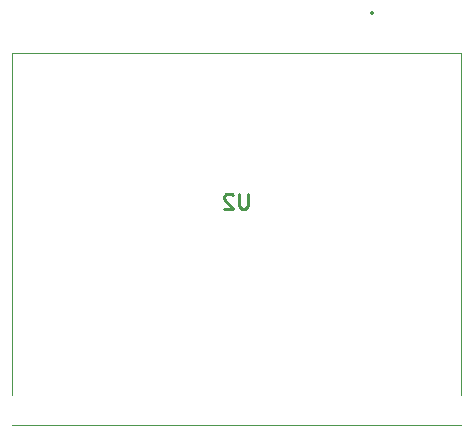
<source format=gbr>
G04 #@! TF.GenerationSoftware,KiCad,Pcbnew,(5.0.0-3-g5ebb6b6)*
G04 #@! TF.CreationDate,2018-08-12T20:31:25+01:00*
G04 #@! TF.ProjectId,SSFXPCB,535346585043422E6B696361645F7063,rev?*
G04 #@! TF.SameCoordinates,Original*
G04 #@! TF.FileFunction,Legend,Bot*
G04 #@! TF.FilePolarity,Positive*
%FSLAX46Y46*%
G04 Gerber Fmt 4.6, Leading zero omitted, Abs format (unit mm)*
G04 Created by KiCad (PCBNEW (5.0.0-3-g5ebb6b6)) date Sunday, 12 August 2018 at 20:31:25*
%MOMM*%
%LPD*%
G01*
G04 APERTURE LIST*
%ADD10C,0.100000*%
%ADD11C,0.200000*%
%ADD12C,0.254000*%
G04 APERTURE END LIST*
D10*
G04 #@! TO.C,U2*
X110286000Y-143096000D02*
X148286000Y-143096000D01*
X148286000Y-140556000D02*
X148286000Y-111556000D01*
X148286000Y-111556000D02*
X110286000Y-111556000D01*
X110286000Y-111556000D02*
X110286000Y-140556000D01*
D11*
X140666000Y-108210000D02*
X140666000Y-108210000D01*
X140866000Y-108210000D02*
X140866000Y-108210000D01*
X140866000Y-108210000D02*
G75*
G02X140666000Y-108210000I-100000J0D01*
G01*
X140666000Y-108210000D02*
G75*
G02X140866000Y-108210000I100000J0D01*
G01*
D12*
X130253619Y-123510523D02*
X130253619Y-124538619D01*
X130193142Y-124659571D01*
X130132666Y-124720047D01*
X130011714Y-124780523D01*
X129769809Y-124780523D01*
X129648857Y-124720047D01*
X129588380Y-124659571D01*
X129527904Y-124538619D01*
X129527904Y-123510523D01*
X128983619Y-123631476D02*
X128923142Y-123571000D01*
X128802190Y-123510523D01*
X128499809Y-123510523D01*
X128378857Y-123571000D01*
X128318380Y-123631476D01*
X128257904Y-123752428D01*
X128257904Y-123873380D01*
X128318380Y-124054809D01*
X129044095Y-124780523D01*
X128257904Y-124780523D01*
G04 #@! TD*
M02*

</source>
